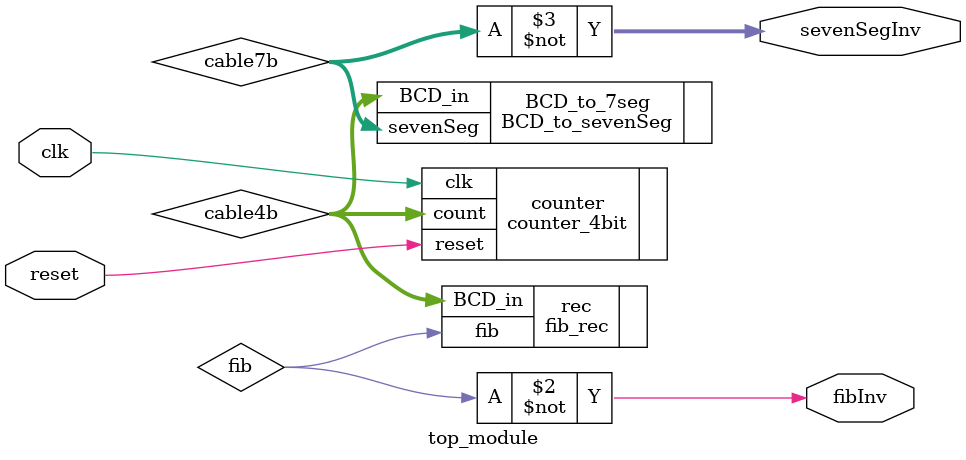
<source format=sv>
`timescale 1ns / 1ps

module top_module(
    input logic clk, reset,
    //logic [3:0] count,
    output logic [6:0]sevenSegInv,//por como funciona el display, hay q invertir la señal de salida
    output logic fibInv //declarar vars acá hace q miren pa afuera!!!1!
    
    );
    
//Cableado interno
    logic [3:0] cable4b;//cable de 4 bits que une a count con BCD_in
    logic [6:0] cable7b;
//Instanciar contador de 4 bits
counter_4bit counter( //<NombreModulo>(parámetros) <NombreInstancia> (weas)
    .clk  (clk),
    .reset(reset),
    .count(cable4b) //conecta solo 1 de los 4 pines 
);

//Instancia conversor BCD a 7 segmentos
BCD_to_sevenSeg BCD_to_7seg(//omitir el nombre hace q sea instanciado con su nombre original
    .BCD_in     (cable4b), //conecta solo 1 de los 4 pines 
    .sevenSeg   (cable7b) //parece irse a la mierda con los cambios de nombre
);

//Instancia reconocedor de fibinarios
fib_rec rec(
    .BCD_in (cable4b), //conecta solo 1 de los 4 pines 
    .fib    (fib)
);

//Inversión de las señales para cumplir lo que dice el datasheet sobre
//cátodo y ánodo low para encender el segmento
always_comb begin
    fibInv = ~fib;
    sevenSegInv = ~cable7b;    
end
endmodule

</source>
